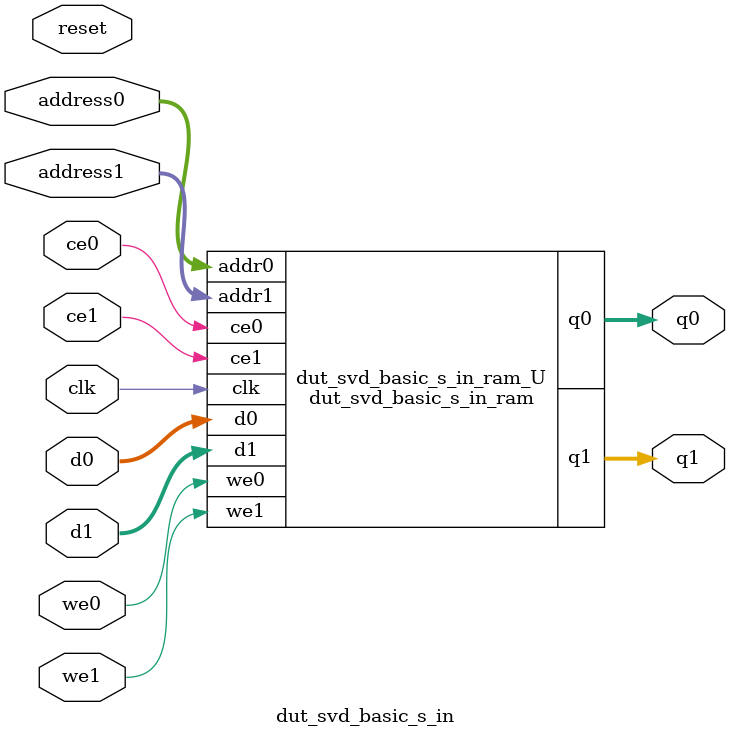
<source format=v>

`timescale 1 ns / 1 ps
module dut_svd_basic_s_in_ram (addr0, ce0, d0, we0, q0, addr1, ce1, d1, we1, q1,  clk);

parameter DWIDTH = 32;
parameter AWIDTH = 20;
parameter MEM_SIZE = 614656;

input[AWIDTH-1:0] addr0;
input ce0;
input[DWIDTH-1:0] d0;
input we0;
output wire[DWIDTH-1:0] q0;
input[AWIDTH-1:0] addr1;
input ce1;
input[DWIDTH-1:0] d1;
input we1;
output wire[DWIDTH-1:0] q1;
input clk;

(* ram_style = "block" *)reg [DWIDTH-1:0] ram[MEM_SIZE-1:0];
wire [AWIDTH-1:0] addr0_t0; 
(* EQUIVALENT_REGISTER_REMOVAL="NO" *)reg [AWIDTH-1:0] addr0_t1; 
wire [DWIDTH-1:0] d0_t0; 
wire we0_t0; 
(* EQUIVALENT_REGISTER_REMOVAL="NO" *)reg [DWIDTH-1:0] d0_t1; 
(* EQUIVALENT_REGISTER_REMOVAL="NO" *)reg we0_t1; 
reg [DWIDTH-1:0] q0_t0;
reg [DWIDTH-1:0] q0_t1;
wire [AWIDTH-1:0] addr1_t0; 
(* EQUIVALENT_REGISTER_REMOVAL="NO" *)reg [AWIDTH-1:0] addr1_t1; 
wire [DWIDTH-1:0] d1_t0; 
wire we1_t0; 
(* EQUIVALENT_REGISTER_REMOVAL="NO" *)reg [DWIDTH-1:0] d1_t1; 
(* EQUIVALENT_REGISTER_REMOVAL="NO" *)reg we1_t1; 
reg [DWIDTH-1:0] q1_t0;
reg [DWIDTH-1:0] q1_t1;


assign addr0_t0 = addr0;
assign d0_t0 = d0;
assign we0_t0 = we0;
assign q0 = q0_t1;
assign addr1_t0 = addr1;
assign d1_t0 = d1;
assign we1_t0 = we1;
assign q1 = q1_t1;

always @(posedge clk)  
begin
    if (ce0) 
    begin
        addr0_t1 <= addr0_t0; 
        d0_t1 <= d0_t0;
        we0_t1 <= we0_t0;
        q0_t1 <= q0_t0;
    end
    if (ce1) 
    begin
        addr1_t1 <= addr1_t0; 
        d1_t1 <= d1_t0;
        we1_t1 <= we1_t0;
        q1_t1 <= q1_t0;
    end
end


always @(posedge clk)  
begin 
    if (ce0) 
    begin
        if (we0_t1) 
        begin 
            ram[addr0_t1] <= d0_t1; 
            q0_t0 <= d0_t1;
        end 
        else 
            q0_t0 <= ram[addr0_t1];
    end
end


always @(posedge clk)  
begin 
    if (ce1) 
    begin
        if (we1_t1) 
        begin 
            ram[addr1_t1] <= d1_t1; 
            q1_t0 <= d1_t1;
        end 
        else 
            q1_t0 <= ram[addr1_t1];
    end
end


endmodule


`timescale 1 ns / 1 ps
module dut_svd_basic_s_in(
    reset,
    clk,
    address0,
    ce0,
    we0,
    d0,
    q0,
    address1,
    ce1,
    we1,
    d1,
    q1);

parameter DataWidth = 32'd32;
parameter AddressRange = 32'd614656;
parameter AddressWidth = 32'd20;
input reset;
input clk;
input[AddressWidth - 1:0] address0;
input ce0;
input we0;
input[DataWidth - 1:0] d0;
output[DataWidth - 1:0] q0;
input[AddressWidth - 1:0] address1;
input ce1;
input we1;
input[DataWidth - 1:0] d1;
output[DataWidth - 1:0] q1;



dut_svd_basic_s_in_ram dut_svd_basic_s_in_ram_U(
    .clk( clk ),
    .addr0( address0 ),
    .ce0( ce0 ),
    .d0( d0 ),
    .we0( we0 ),
    .q0( q0 ),
    .addr1( address1 ),
    .ce1( ce1 ),
    .d1( d1 ),
    .we1( we1 ),
    .q1( q1 ));

endmodule


</source>
